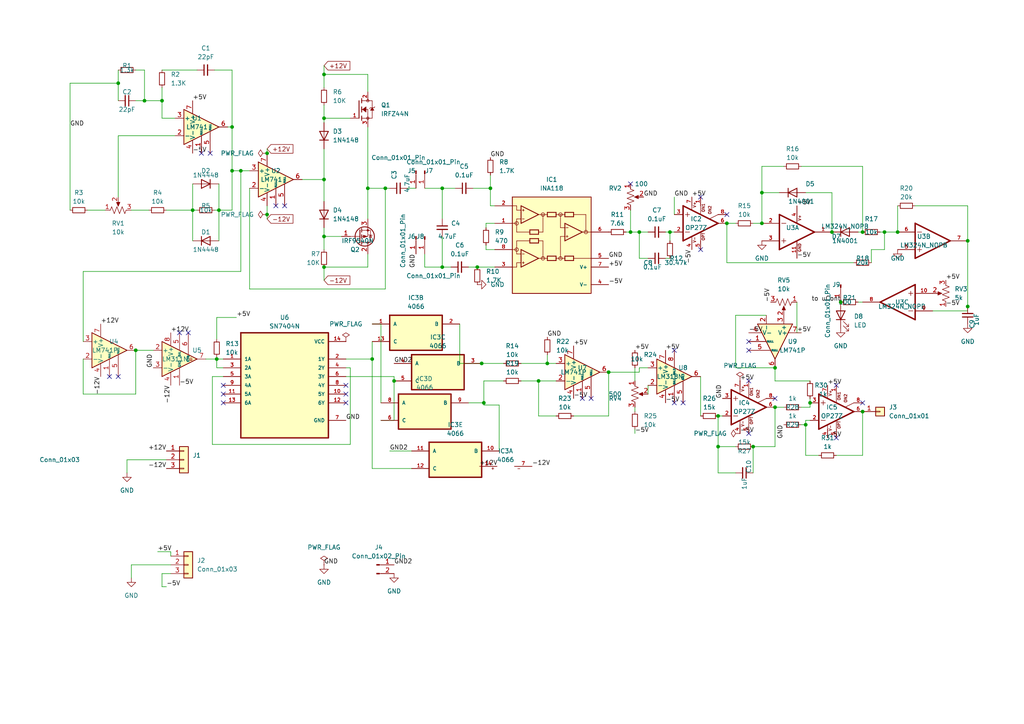
<source format=kicad_sch>
(kicad_sch (version 20230121) (generator eeschema)
  (paper "A4")
  (lib_symbols
    (symbol "4066N:4066" (pin_names (offset 1.016))
      (property "Reference" "IC" (at -0.635 0 90))
      (property "Value" "4066" (at 0 0 0))
      (symbol "4066_1_0"
        (text "+" (at -0.635 3.81 0) (effects (font (size 0.8128 0.8128))))
        (text "-" (at -0.635 -3.81 900) (effects (font (size 0.8128 0.8128))))
        (pin power_in line (at 0 7.62 270) (length 5.08) (name "~") (number "14"))
        (pin power_in line (at 0 -7.62 90) (length 5.08) (name "~") (number "7"))
      )
      (symbol "4066_2_0"
        (pin tri_state line (at -12.7 2.54 0) (length 5.08) (name "A") (number "1"))
        (pin input line (at -12.7 -2.54 0) (length 5.08) (name "C") (number "13"))
        (pin tri_state line (at 12.7 2.54 180) (length 5.08) (name "B") (number "2"))
      )
      (symbol "4066_3_0"
        (pin tri_state line (at 12.7 2.54 180) (length 5.08) (name "B") (number "3"))
        (pin tri_state line (at -12.7 2.54 0) (length 5.08) (name "A") (number "4"))
        (pin input line (at -12.7 -2.54 0) (length 5.08) (name "C") (number "5"))
      )
      (symbol "4066_4_0"
        (pin input line (at -12.7 -2.54 0) (length 5.08) (name "C") (number "6"))
        (pin tri_state line (at -12.7 2.54 0) (length 5.08) (name "A") (number "8"))
        (pin tri_state line (at 12.7 2.54 180) (length 5.08) (name "B") (number "9"))
      )
      (symbol "4066_5_0"
        (pin tri_state line (at 12.7 2.54 180) (length 5.08) (name "B") (number "10"))
        (pin tri_state line (at -12.7 2.54 0) (length 5.08) (name "A") (number "11"))
        (pin input line (at -12.7 -2.54 0) (length 5.08) (name "C") (number "12"))
      )
    )
    (symbol "Amplifier_Operational:LM318N" (pin_names (offset 0.127))
      (property "Reference" "U" (at 3.81 3.81 0))
      (property "Value" "LM318N" (at 3.81 -3.81 0))
      (symbol "LM318N_1_1"
        (pin passive line (at 0 -7.62 90) (length 5.08) (name "BAL1") (number "1"))
        (pin input line (at -7.62 -2.54 0) (length 2.54) (name "-") (number "2"))
        (pin input line (at -7.62 2.54 0) (length 2.54) (name "+") (number "3"))
        (pin power_in line (at -2.54 -7.62 90) (length 3.81) (name "V-") (number "4"))
        (pin passive line (at 2.54 -7.62 90) (length 6.35) (name "BAL3") (number "5"))
        (pin output line (at 7.62 0 180) (length 2.54) (name "~") (number "6"))
        (pin power_in line (at -2.54 7.62 270) (length 3.81) (name "V+") (number "7"))
        (pin passive line (at 0 7.62 270) (length 5.08) (name "BAL2") (number "8"))
      )
    )
    (symbol "Amplifier_Operational:LM741" (pin_names (offset 0.127))
      (property "Reference" "U" (at 0 6.35 0))
      (property "Value" "LM741" (at 0 3.81 0))
      (symbol "LM741_1_1"
        (pin input line (at 0 -7.62 90) (length 5.08) (name "NULL") (number "1"))
        (pin input line (at -7.62 -2.54 0) (length 2.54) (name "-") (number "2"))
        (pin input line (at -7.62 2.54 0) (length 2.54) (name "+") (number "3"))
        (pin power_in line (at -2.54 -7.62 90) (length 3.81) (name "V-") (number "4"))
        (pin input line (at 2.54 -7.62 90) (length 6.35) (name "NULL") (number "5"))
        (pin output line (at 7.62 0 180) (length 2.54) (name "~") (number "6"))
        (pin power_in line (at -2.54 7.62 270) (length 3.81) (name "V+") (number "7"))
        (pin no_connect line (at 0 2.54 270) (length 2.54) hide (name "NC") (number "8"))
      )
    )
    (symbol "Comparator:LM311" (pin_names (offset 0.127))
      (property "Reference" "U" (at 3.81 6.35 0))
      (property "Value" "LM311" (at 3.81 3.81 0))
      (symbol "LM311_1_1"
        (pin passive line (at 0 -7.62 90) (length 5.08) (name "GND") (number "1"))
        (pin input line (at -7.62 2.54 0) (length 2.54) (name "+") (number "2"))
        (pin input line (at -7.62 -2.54 0) (length 2.54) (name "-") (number "3"))
        (pin power_in line (at -2.54 -7.62 90) (length 3.81) (name "V-") (number "4"))
        (pin input line (at 0 7.62 270) (length 5.08) (name "BAL") (number "5"))
        (pin input line (at 2.54 7.62 270) (length 6.35) (name "STRB") (number "6"))
        (pin open_collector line (at 7.62 0 180) (length 2.54) (name "~") (number "7"))
        (pin power_in line (at -2.54 7.62 270) (length 3.81) (name "V+") (number "8"))
      )
    )
    (symbol "Connector:Conn_01x01_Pin" (pin_names (offset 1.016) hide)
      (property "Reference" "J" (at 0 2.54 0))
      (property "Value" "Conn_01x01_Pin" (at 0 -2.54 0))
      (symbol "Conn_01x01_Pin_1_1"
        (pin passive line (at 5.08 0 180) (length 3.81) (name "Pin_1") (number "1"))
      )
    )
    (symbol "Connector:Conn_01x02_Pin" (pin_names (offset 1.016) hide)
      (property "Reference" "J" (at 0 2.54 0))
      (property "Value" "Conn_01x02_Pin" (at 0 -5.08 0))
      (symbol "Conn_01x02_Pin_1_1"
        (pin passive line (at 5.08 0 180) (length 3.81) (name "Pin_1") (number "1"))
        (pin passive line (at 5.08 -2.54 180) (length 3.81) (name "Pin_2") (number "2"))
      )
    )
    (symbol "Connector_Generic:Conn_01x01" (pin_names (offset 1.016) hide)
      (property "Reference" "J" (at 0 2.54 0))
      (property "Value" "Conn_01x01" (at 0 -2.54 0))
      (symbol "Conn_01x01_1_1"
        (pin passive line (at -5.08 0 0) (length 3.81) (name "Pin_1") (number "1"))
      )
    )
    (symbol "Connector_Generic:Conn_01x03" (pin_names (offset 1.016) hide)
      (property "Reference" "J" (at 0 5.08 0))
      (property "Value" "Conn_01x03" (at 0 -5.08 0))
      (symbol "Conn_01x03_1_1"
        (pin passive line (at -5.08 2.54 0) (length 3.81) (name "Pin_1") (number "1"))
        (pin passive line (at -5.08 0 0) (length 3.81) (name "Pin_2") (number "2"))
        (pin passive line (at -5.08 -2.54 0) (length 3.81) (name "Pin_3") (number "3"))
      )
    )
    (symbol "Device:C_Small" (pin_numbers hide) (pin_names (offset 0.254) hide)
      (property "Reference" "C" (at 0.254 1.778 0))
      (property "Value" "C_Small" (at 0.254 -2.032 0))
      (symbol "C_Small_1_1"
        (pin passive line (at 0 2.54 270) (length 2.032) (name "~") (number "1"))
        (pin passive line (at 0 -2.54 90) (length 2.032) (name "~") (number "2"))
      )
    )
    (symbol "Device:LED" (pin_numbers hide) (pin_names (offset 1.016) hide)
      (property "Reference" "D" (at 0 2.54 0))
      (property "Value" "LED" (at 0 -2.54 0))
      (symbol "LED_1_1"
        (pin passive line (at -3.81 0 0) (length 2.54) (name "K") (number "1"))
        (pin passive line (at 3.81 0 180) (length 2.54) (name "A") (number "2"))
      )
    )
    (symbol "Device:R_Potentiometer_US" (pin_names (offset 1.016) hide)
      (property "Reference" "RV" (at -4.445 0 90))
      (property "Value" "R_Potentiometer_US" (at -2.54 0 90))
      (symbol "R_Potentiometer_US_1_1"
        (pin passive line (at 0 3.81 270) (length 1.27) (name "1") (number "1"))
        (pin passive line (at 3.81 0 180) (length 1.27) (name "2") (number "2"))
        (pin passive line (at 0 -3.81 90) (length 1.27) (name "3") (number "3"))
      )
    )
    (symbol "Device:R_Small" (pin_numbers hide) (pin_names (offset 0.254) hide)
      (property "Reference" "R" (at 0.762 0.508 0))
      (property "Value" "R_Small" (at 0.762 -1.016 0))
      (symbol "R_Small_1_1"
        (pin passive line (at 0 2.54 270) (length 0.762) (name "~") (number "1"))
        (pin passive line (at 0 -2.54 90) (length 0.762) (name "~") (number "2"))
      )
    )
    (symbol "Diode:1N4001" (pin_numbers hide) (pin_names hide)
      (property "Reference" "D" (at 0 2.54 0))
      (property "Value" "1N4001" (at 0 -2.54 0))
      (symbol "1N4001_1_1"
        (pin passive line (at -3.81 0 0) (length 2.54) (name "K") (number "1"))
        (pin passive line (at 3.81 0 180) (length 2.54) (name "A") (number "2"))
      )
    )
    (symbol "Diode:1N4148" (pin_numbers hide) (pin_names hide)
      (property "Reference" "D" (at 0 2.54 0))
      (property "Value" "1N4148" (at 0 -2.54 0))
      (symbol "1N4148_1_1"
        (pin passive line (at -3.81 0 0) (length 2.54) (name "K") (number "1"))
        (pin passive line (at 3.81 0 180) (length 2.54) (name "A") (number "2"))
      )
    )
    (symbol "Diode:1N4448" (pin_numbers hide) (pin_names hide)
      (property "Reference" "D" (at 0 2.54 0))
      (property "Value" "1N4448" (at 0 -2.54 0))
      (symbol "1N4448_1_1"
        (pin passive line (at -3.81 0 0) (length 2.54) (name "K") (number "1"))
        (pin passive line (at 3.81 0 180) (length 2.54) (name "A") (number "2"))
      )
    )
    (symbol "INA118:INA118" (pin_names (offset 1.016))
      (property "Reference" "IC" (at -12.7254 15.9004 0))
      (property "Value" "INA118" (at -12.7254 -15.2654 0))
      (symbol "INA118_0_0"
        (pin passive line (at -17.78 7.62 0) (length 5.08) (name "~") (number "1"))
        (pin input line (at -17.78 12.7 0) (length 5.08) (name "~") (number "2"))
        (pin input line (at -17.78 -5.08 0) (length 5.08) (name "~") (number "3"))
        (pin power_in line (at 15.24 -10.16 180) (length 5.08) (name "V-") (number "4"))
        (pin passive line (at 15.24 -2.54 180) (length 5.08) (name "~") (number "5"))
        (pin output line (at 15.24 5.08 180) (length 5.08) (name "~") (number "6"))
        (pin power_in line (at 15.24 -5.08 180) (length 5.08) (name "V+") (number "7"))
        (pin passive line (at -17.78 0 0) (length 5.08) (name "~") (number "8"))
      )
    )
    (symbol "IRFZ44N:IRFZ44N" (pin_names (offset 1.016))
      (property "Reference" "Q" (at -8.89 2.54 0))
      (property "Value" "IRFZ44N" (at -8.89 -7.62 0))
      (symbol "IRFZ44N_0_0"
        (pin passive line (at -2.54 -2.54 0) (length 2.54) (name "~") (number "1"))
        (pin passive line (at 2.54 5.08 270) (length 2.54) (name "~") (number "2"))
        (pin passive line (at 2.54 -5.08 90) (length 2.54) (name "~") (number "3"))
      )
    )
    (symbol "LM324N_NOPB:LM324N_NOPB" (pin_names (offset 1.016))
      (property "Reference" "U" (at 2.54 3.175 0))
      (property "Value" "LM324N_NOPB" (at 2.54 -3.175 0))
      (symbol "LM324N_NOPB_1_0"
        (text "GND" (at 1.27 -3.175 900) (effects (font (size 0.8128 0.8128)) (justify right bottom)))
        (text "V+" (at 1.27 3.175 900) (effects (font (size 0.8128 0.8128)) (justify left bottom)))
        (pin output line (at 10.16 0 180) (length 5.08) (name "~") (number "1"))
        (pin power_in line (at 0 -7.62 90) (length 5.08) (name "~") (number "11"))
        (pin input line (at -10.16 2.54 0) (length 5.08) (name "~") (number "2"))
        (pin input line (at -10.16 -2.54 0) (length 5.08) (name "~") (number "3"))
        (pin power_in line (at 0 7.62 270) (length 5.08) (name "~") (number "4"))
      )
      (symbol "LM324N_NOPB_2_0"
        (pin input line (at -10.16 -2.54 0) (length 5.08) (name "~") (number "5"))
        (pin input line (at -10.16 2.54 0) (length 5.08) (name "~") (number "6"))
        (pin output line (at 10.16 0 180) (length 5.08) (name "~") (number "7"))
      )
      (symbol "LM324N_NOPB_3_0"
        (pin input line (at -10.16 -2.54 0) (length 5.08) (name "~") (number "10"))
        (pin output line (at 10.16 0 180) (length 5.08) (name "~") (number "8"))
        (pin input line (at -10.16 2.54 0) (length 5.08) (name "~") (number "9"))
      )
      (symbol "LM324N_NOPB_4_0"
        (pin input line (at -10.16 -2.54 0) (length 5.08) (name "~") (number "12"))
        (pin input line (at -10.16 2.54 0) (length 5.08) (name "~") (number "13"))
        (pin output line (at 10.16 0 180) (length 5.08) (name "~") (number "14"))
      )
    )
    (symbol "OP27:OP27" (pin_names (offset 1.016))
      (property "Reference" "IC" (at 2.54 5.715 0))
      (property "Value" "OP27" (at 2.54 -5.08 0))
      (symbol "OP27_0_0"
        (text "ON1" (at 1.27 3.175 900) (effects (font (size 0.8128 0.8128)) (justify left bottom)))
        (text "ON2" (at 3.175 2.54 900) (effects (font (size 0.8128 0.8128)) (justify left bottom)))
        (text "OPT" (at 1.27 -5.08 900) (effects (font (size 0.8128 0.8128)) (justify left bottom)))
        (text "V+" (at -1.27 4.445 900) (effects (font (size 0.8128 0.8128)) (justify left bottom)))
        (text "V-" (at -1.27 -5.715 900) (effects (font (size 0.8128 0.8128)) (justify left bottom)))
        (pin passive line (at 0 7.62 270) (length 2.54) (name "~") (number "1"))
        (pin input line (at -7.62 -2.54 0) (length 2.54) (name "~") (number "2"))
        (pin input line (at -7.62 2.54 0) (length 2.54) (name "~") (number "3"))
        (pin power_in line (at -2.54 -7.62 90) (length 2.54) (name "~") (number "4"))
        (pin passive line (at 0 -7.62 90) (length 2.54) (name "~") (number "5"))
        (pin output line (at 7.62 0 180) (length 2.54) (name "~") (number "6"))
        (pin power_in line (at -2.54 7.62 270) (length 2.54) (name "~") (number "7"))
        (pin passive line (at 7.62 2.54 180) (length 2.54) (name "~") (number "8"))
      )
    )
    (symbol "SN7404N:SN7404N" (pin_names (offset 1.016))
      (property "Reference" "U" (at -12.7 16.24 0))
      (property "Value" "SN7404N" (at -12.7 -19.24 0))
      (symbol "SN7404N_0_0"
        (pin input line (at -17.78 7.62 0) (length 5.08) (name "1A") (number "1"))
        (pin output line (at 17.78 -2.54 180) (length 5.08) (name "5Y") (number "10"))
        (pin input line (at -17.78 -2.54 0) (length 5.08) (name "5A") (number "11"))
        (pin output line (at 17.78 -5.08 180) (length 5.08) (name "6Y") (number "12"))
        (pin input line (at -17.78 -5.08 0) (length 5.08) (name "6A") (number "13"))
        (pin power_in line (at 17.78 12.7 180) (length 5.08) (name "VCC") (number "14"))
        (pin output line (at 17.78 7.62 180) (length 5.08) (name "1Y") (number "2"))
        (pin input line (at -17.78 5.08 0) (length 5.08) (name "2A") (number "3"))
        (pin output line (at 17.78 5.08 180) (length 5.08) (name "2Y") (number "4"))
        (pin input line (at -17.78 2.54 0) (length 5.08) (name "3A") (number "5"))
        (pin output line (at 17.78 2.54 180) (length 5.08) (name "3Y") (number "6"))
        (pin power_in line (at 17.78 -10.16 180) (length 5.08) (name "GND") (number "7"))
        (pin output line (at 17.78 0 180) (length 5.08) (name "4Y") (number "8"))
        (pin input line (at -17.78 0 0) (length 5.08) (name "4A") (number "9"))
      )
    )
    (symbol "Transistor_FET:IRF9540N" (pin_names hide)
      (property "Reference" "Q" (at 5.08 1.905 0))
      (property "Value" "IRF9540N" (at 5.08 0 0))
      (symbol "IRF9540N_1_1"
        (pin input line (at -5.08 0 0) (length 2.54) (name "G") (number "1"))
        (pin passive line (at 2.54 5.08 270) (length 2.54) (name "D") (number "2"))
        (pin passive line (at 2.54 -5.08 90) (length 2.54) (name "S") (number "3"))
      )
    )
    (symbol "power:GND" (power) (pin_names (offset 0))
      (property "Value" "GND" (at 0 -3.81 0))
      (symbol "GND_1_1"
        (pin power_in line (at 0 0 270) (length 0) hide (name "GND") (number "1"))
      )
    )
    (symbol "power:PWR_FLAG" (power) (pin_numbers hide) (pin_names (offset 0) hide)
      (property "Value" "PWR_FLAG" (at 0 3.81 0))
      (symbol "PWR_FLAG_0_0"
        (pin power_out line (at 0 0 90) (length 0) (name "pwr") (number "1"))
      )
    )
  )
  (junction (at 39.37 101.6))
  (junction (at 128.27 54.61))
  (junction (at 93.98 68.58))
  (junction (at 185.42 67.31))
  (junction (at 140.335 116.84))
  (junction (at 158.75 105.41))
  (junction (at 106.68 54.61))
  (junction (at 69.85 49.53))
  (junction (at 93.98 52.07))
  (junction (at 256.54 67.31))
  (junction (at 220.98 55.88))
  (junction (at 208.28 129.54))
  (junction (at 220.98 64.77))
  (junction (at 138.43 77.47))
  (junction (at 194.31 67.31))
  (junction (at 77.47 62.23))
  (junction (at 62.865 104.14))
  (junction (at 224.79 106.68))
  (junction (at 260.35 67.31))
  (junction (at 142.24 54.61))
  (junction (at 34.29 24.13))
  (junction (at 250.19 119.38))
  (junction (at 67.31 49.53))
  (junction (at 208.28 120.65))
  (junction (at 241.3 67.31))
  (junction (at 63.5 60.96))
  (junction (at 41.91 29.21))
  (junction (at 46.99 29.21))
  (junction (at 280.67 88.9))
  (junction (at 182.88 67.31))
  (junction (at 67.31 36.83))
  (junction (at 111.76 54.61))
  (junction (at 233.68 123.19))
  (junction (at 234.95 116.84))
  (junction (at 176.53 107.95))
  (junction (at 93.98 77.47))
  (junction (at 55.88 60.96))
  (junction (at 250.19 67.31))
  (junction (at 93.98 34.29))
  (junction (at 139.7 105.41))
  (junction (at 210.82 64.77))
  (junction (at 77.47 44.45))
  (junction (at 93.98 21.59))
  (junction (at 156.21 110.49))
  (junction (at 243.84 87.63))
  (junction (at 128.27 77.47))
  (junction (at 224.79 118.11))
  (junction (at 114.3 110.49))
  (junction (at 107.95 104.14))
  (junction (at 218.44 129.54))
  (junction (at 280.67 69.85))
  (no_connect (at 217.17 125.73))
  (no_connect (at 54.61 96.52))
  (no_connect (at 198.12 116.84))
  (no_connect (at 210.82 62.23))
  (no_connect (at 217.17 110.49))
  (no_connect (at 182.88 53.34))
  (no_connect (at 224.79 115.57))
  (no_connect (at 242.57 127))
  (no_connect (at 171.45 115.57))
  (no_connect (at 52.07 96.52))
  (no_connect (at 242.57 111.76))
  (no_connect (at 168.91 115.57))
  (no_connect (at 217.17 101.6))
  (no_connect (at 203.2 72.39))
  (no_connect (at 80.01 59.69))
  (no_connect (at 82.55 59.69))
  (no_connect (at 100.33 114.3))
  (no_connect (at 31.75 109.22))
  (no_connect (at 195.58 101.6))
  (no_connect (at 34.29 109.22))
  (no_connect (at 64.77 116.84))
  (no_connect (at 100.33 111.76))
  (no_connect (at 195.58 116.84))
  (no_connect (at 64.77 114.3))
  (no_connect (at 203.2 57.15))
  (no_connect (at 60.96 44.45))
  (no_connect (at 100.33 116.84))
  (no_connect (at 64.77 111.76))
  (no_connect (at 58.42 44.45))
  (no_connect (at 250.19 116.84))
  (no_connect (at 217.17 99.06))
  (wire (pts (xy 270.51 90.17) (xy 280.67 90.17)))
  (wire (pts (xy 107.95 104.14) (xy 107.95 135.89)))
  (wire (pts (xy 176.53 107.95) (xy 185.42 107.95)))
  (wire (pts (xy 182.88 60.96) (xy 182.88 67.31)))
  (wire (pts (xy 194.31 67.31) (xy 194.31 69.85)))
  (wire (pts (xy 46.99 20.32) (xy 57.15 20.32)))
  (wire (pts (xy 93.98 77.47) (xy 93.98 81.28)))
  (wire (pts (xy 135.89 77.47) (xy 138.43 77.47)))
  (wire (pts (xy 232.41 48.26) (xy 250.19 48.26)))
  (wire (pts (xy 62.865 92.075) (xy 68.58 92.075)))
  (wire (pts (xy 213.36 137.16) (xy 208.28 137.16)))
  (wire (pts (xy 156.21 120.65) (xy 156.21 110.49)))
  (wire (pts (xy 62.865 103.505) (xy 62.865 104.14)))
  (wire (pts (xy 62.865 104.14) (xy 62.865 106.68)))
  (wire (pts (xy 38.1 163.83) (xy 38.1 167.64)))
  (wire (pts (xy 46.99 34.29) (xy 46.99 29.21)))
  (wire (pts (xy 107.95 135.89) (xy 119.38 135.89)))
  (wire (pts (xy 255.27 67.31) (xy 256.54 67.31)))
  (wire (pts (xy 139.7 105.41) (xy 146.05 105.41)))
  (wire (pts (xy 34.29 24.13) (xy 34.29 29.21)))
  (wire (pts (xy 45.72 160.02) (xy 49.53 160.02)))
  (wire (pts (xy 46.99 34.29) (xy 50.8 34.29)))
  (wire (pts (xy 93.98 68.58) (xy 93.98 72.39)))
  (wire (pts (xy 93.98 21.59) (xy 93.98 19.05)))
  (wire (pts (xy 218.44 64.77) (xy 220.98 64.77)))
  (wire (pts (xy 49.53 163.83) (xy 38.1 163.83)))
  (wire (pts (xy 110.49 121.92) (xy 114.3 121.92)))
  (wire (pts (xy 123.19 77.47) (xy 128.27 77.47)))
  (wire (pts (xy 93.98 21.59) (xy 106.68 21.59)))
  (wire (pts (xy 193.04 74.93) (xy 194.31 74.93)))
  (wire (pts (xy 184.15 106.68) (xy 184.15 110.49)))
  (wire (pts (xy 213.36 129.54) (xy 208.28 129.54)))
  (wire (pts (xy 100.33 104.14) (xy 107.95 104.14)))
  (wire (pts (xy 34.29 20.32) (xy 34.29 24.13)))
  (wire (pts (xy 55.88 53.34) (xy 55.88 60.96)))
  (wire (pts (xy 151.13 110.49) (xy 156.21 110.49)))
  (wire (pts (xy 111.76 54.61) (xy 113.03 54.61)))
  (wire (pts (xy 224.79 129.54) (xy 224.79 118.11)))
  (wire (pts (xy 248.92 67.31) (xy 250.19 67.31)))
  (wire (pts (xy 144.78 117.475) (xy 140.335 117.475)))
  (wire (pts (xy 227.33 118.11) (xy 224.79 118.11)))
  (wire (pts (xy 25.4 60.96) (xy 30.48 60.96)))
  (wire (pts (xy 62.865 98.425) (xy 62.865 92.075)))
  (wire (pts (xy 208.28 129.54) (xy 208.28 120.65)))
  (wire (pts (xy 93.98 77.47) (xy 106.68 77.47)))
  (wire (pts (xy 77.47 59.69) (xy 77.47 62.23)))
  (wire (pts (xy 67.31 49.53) (xy 69.85 49.53)))
  (wire (pts (xy 142.24 50.8) (xy 142.24 54.61)))
  (wire (pts (xy 185.42 107.95) (xy 185.42 106.68)))
  (wire (pts (xy 106.68 21.59) (xy 106.68 26.67)))
  (wire (pts (xy 158.75 102.87) (xy 158.75 105.41)))
  (wire (pts (xy 93.98 43.18) (xy 93.98 52.07)))
  (wire (pts (xy 208.28 137.16) (xy 208.28 129.54)))
  (wire (pts (xy 142.24 59.69) (xy 143.51 59.69)))
  (wire (pts (xy 140.335 110.49) (xy 140.335 116.84)))
  (wire (pts (xy 87.63 52.07) (xy 93.98 52.07)))
  (wire (pts (xy 194.31 67.31) (xy 195.58 67.31)))
  (wire (pts (xy 176.53 120.65) (xy 176.53 107.95)))
  (wire (pts (xy 62.23 20.32) (xy 67.31 20.32)))
  (wire (pts (xy 234.95 118.11) (xy 232.41 118.11)))
  (wire (pts (xy 62.865 104.14) (xy 64.77 104.14)))
  (wire (pts (xy 137.16 54.61) (xy 142.24 54.61)))
  (wire (pts (xy 93.98 66.04) (xy 93.98 68.58)))
  (wire (pts (xy 237.49 132.08) (xy 233.68 132.08)))
  (wire (pts (xy 67.31 49.53) (xy 67.31 60.96)))
  (wire (pts (xy 114.3 109.22) (xy 114.3 110.49)))
  (wire (pts (xy 62.23 60.96) (xy 63.5 60.96)))
  (wire (pts (xy 248.92 87.63) (xy 250.19 87.63)))
  (wire (pts (xy 93.98 25.4) (xy 93.98 21.59)))
  (wire (pts (xy 234.95 115.57) (xy 234.95 116.84)))
  (wire (pts (xy 93.98 68.58) (xy 99.06 68.58)))
  (wire (pts (xy 146.05 110.49) (xy 140.335 110.49)))
  (wire (pts (xy 41.91 29.21) (xy 46.99 29.21)))
  (wire (pts (xy 280.67 90.17) (xy 280.67 88.9)))
  (wire (pts (xy 280.67 59.69) (xy 280.67 69.85)))
  (wire (pts (xy 232.41 123.19) (xy 233.68 123.19)))
  (wire (pts (xy 93.98 52.07) (xy 93.98 58.42)))
  (wire (pts (xy 66.04 36.83) (xy 67.31 36.83)))
  (wire (pts (xy 224.79 110.49) (xy 234.95 110.49)))
  (wire (pts (xy 123.19 54.61) (xy 128.27 54.61)))
  (wire (pts (xy 67.31 20.32) (xy 67.31 36.83)))
  (wire (pts (xy 280.67 88.9) (xy 280.67 69.85)))
  (wire (pts (xy 161.29 120.65) (xy 156.21 120.65)))
  (wire (pts (xy 135.89 116.84) (xy 140.335 116.84)))
  (wire (pts (xy 187.96 114.3) (xy 187.96 111.76)))
  (wire (pts (xy 101.6 106.68) (xy 100.33 106.68)))
  (wire (pts (xy 114.3 110.49) (xy 114.3 121.92)))
  (wire (pts (xy 256.54 72.39) (xy 256.54 67.31)))
  (wire (pts (xy 20.32 24.13) (xy 20.32 60.96)))
  (wire (pts (xy 46.99 170.18) (xy 46.99 166.37)))
  (wire (pts (xy 256.54 67.31) (xy 260.35 67.31)))
  (wire (pts (xy 48.26 133.35) (xy 36.83 133.35)))
  (wire (pts (xy 231.14 96.52) (xy 232.41 96.52)))
  (wire (pts (xy 166.37 120.65) (xy 176.53 120.65)))
  (wire (pts (xy 55.88 60.96) (xy 55.88 69.85)))
  (wire (pts (xy 34.29 39.37) (xy 34.29 57.15)))
  (wire (pts (xy 142.24 54.61) (xy 142.24 59.69)))
  (wire (pts (xy 231.14 87.63) (xy 231.14 96.52)))
  (wire (pts (xy 185.42 106.68) (xy 187.96 106.68)))
  (wire (pts (xy 128.27 54.61) (xy 128.27 63.5)))
  (wire (pts (xy 252.73 72.39) (xy 256.54 72.39)))
  (wire (pts (xy 233.68 121.92) (xy 234.95 121.92)))
  (wire (pts (xy 110.49 93.98) (xy 110.49 116.84)))
  (wire (pts (xy 24.13 104.14) (xy 24.13 114.3)))
  (wire (pts (xy 106.68 54.61) (xy 111.76 54.61)))
  (wire (pts (xy 185.42 67.31) (xy 187.96 67.31)))
  (wire (pts (xy 77.47 62.23) (xy 77.47 63.5)))
  (wire (pts (xy 156.21 110.49) (xy 161.29 110.49)))
  (wire (pts (xy 38.1 60.96) (xy 43.18 60.96)))
  (wire (pts (xy 151.13 105.41) (xy 158.75 105.41)))
  (wire (pts (xy 220.98 48.26) (xy 227.33 48.26)))
  (wire (pts (xy 39.37 101.6) (xy 39.37 114.3)))
  (wire (pts (xy 106.68 54.61) (xy 106.68 63.5)))
  (wire (pts (xy 24.13 78.74) (xy 69.85 78.74)))
  (wire (pts (xy 247.65 76.2) (xy 210.82 76.2)))
  (wire (pts (xy 106.68 36.83) (xy 106.68 54.61)))
  (wire (pts (xy 233.68 132.08) (xy 233.68 123.19)))
  (wire (pts (xy 101.6 106.68) (xy 101.6 128.905)))
  (wire (pts (xy 224.79 106.68) (xy 224.79 110.49)))
  (wire (pts (xy 48.26 60.96) (xy 55.88 60.96)))
  (wire (pts (xy 233.68 123.19) (xy 233.68 121.92)))
  (wire (pts (xy 252.73 76.2) (xy 252.73 72.39)))
  (wire (pts (xy 118.11 54.61) (xy 120.65 54.61)))
  (wire (pts (xy 93.98 34.29) (xy 101.6 34.29)))
  (wire (pts (xy 143.51 64.77) (xy 140.97 64.77)))
  (wire (pts (xy 39.37 20.32) (xy 41.91 20.32)))
  (wire (pts (xy 61.595 109.22) (xy 64.77 109.22)))
  (wire (pts (xy 39.37 101.6) (xy 44.45 101.6)))
  (wire (pts (xy 210.82 76.2) (xy 210.82 64.77)))
  (wire (pts (xy 128.27 77.47) (xy 130.81 77.47)))
  (wire (pts (xy 69.85 49.53) (xy 72.39 49.53)))
  (wire (pts (xy 218.44 129.54) (xy 224.79 129.54)))
  (wire (pts (xy 62.865 106.68) (xy 64.77 106.68)))
  (wire (pts (xy 242.57 132.08) (xy 250.19 132.08)))
  (wire (pts (xy 140.335 116.84) (xy 140.335 117.475)))
  (wire (pts (xy 111.76 83.82) (xy 111.76 54.61)))
  (wire (pts (xy 203.2 109.22) (xy 203.2 120.65)))
  (wire (pts (xy 138.43 77.47) (xy 143.51 77.47)))
  (wire (pts (xy 34.29 24.13) (xy 20.32 24.13)))
  (wire (pts (xy 128.27 68.58) (xy 128.27 77.47)))
  (wire (pts (xy 195.58 57.15) (xy 195.58 62.23)))
  (wire (pts (xy 140.97 71.12) (xy 140.97 72.39)))
  (wire (pts (xy 49.53 160.02) (xy 49.53 161.29)))
  (wire (pts (xy 144.78 117.475) (xy 144.78 130.81)))
  (wire (pts (xy 158.75 105.41) (xy 161.29 105.41)))
  (wire (pts (xy 260.35 59.69) (xy 260.35 67.31)))
  (wire (pts (xy 181.61 67.31) (xy 182.88 67.31)))
  (wire (pts (xy 93.98 34.29) (xy 93.98 35.56)))
  (wire (pts (xy 226.06 55.88) (xy 220.98 55.88)))
  (wire (pts (xy 213.36 91.44) (xy 213.36 106.68)))
  (wire (pts (xy 113.03 130.81) (xy 119.38 130.81)))
  (wire (pts (xy 55.88 60.96) (xy 57.15 60.96)))
  (wire (pts (xy 101.6 128.905) (xy 61.595 128.905)))
  (wire (pts (xy 184.15 125.73) (xy 184.15 124.46)))
  (wire (pts (xy 48.26 170.18) (xy 46.99 170.18)))
  (wire (pts (xy 46.99 166.37) (xy 49.53 166.37)))
  (wire (pts (xy 184.15 118.11) (xy 184.15 119.38)))
  (wire (pts (xy 67.31 60.96) (xy 63.5 60.96)))
  (wire (pts (xy 128.27 54.61) (xy 132.08 54.61)))
  (wire (pts (xy 250.19 48.26) (xy 250.19 67.31)))
  (wire (pts (xy 24.13 114.3) (xy 39.37 114.3)))
  (wire (pts (xy 63.5 60.96) (xy 63.5 69.85)))
  (wire (pts (xy 107.95 99.06) (xy 107.95 104.14)))
  (wire (pts (xy 140.97 64.77) (xy 140.97 66.04)))
  (wire (pts (xy 107.95 93.98) (xy 110.49 93.98)))
  (wire (pts (xy 69.85 78.74) (xy 69.85 49.53)))
  (wire (pts (xy 61.595 109.22) (xy 61.595 128.905)))
  (wire (pts (xy 140.97 72.39) (xy 143.51 72.39)))
  (wire (pts (xy 265.43 59.69) (xy 280.67 59.69)))
  (wire (pts (xy 220.98 55.88) (xy 220.98 64.77)))
  (wire (pts (xy 100.33 109.22) (xy 114.3 109.22)))
  (wire (pts (xy 93.98 30.48) (xy 93.98 34.29)))
  (wire (pts (xy 220.98 55.88) (xy 220.98 48.26)))
  (wire (pts (xy 185.42 74.93) (xy 185.42 67.31)))
  (wire (pts (xy 233.68 55.88) (xy 241.3 55.88)))
  (wire (pts (xy 106.68 77.47) (xy 106.68 73.66)))
  (wire (pts (xy 41.91 20.32) (xy 41.91 29.21)))
  (wire (pts (xy 250.19 132.08) (xy 250.19 119.38)))
  (wire (pts (xy 133.35 93.98) (xy 133.35 105.41)))
  (wire (pts (xy 123.19 73.66) (xy 123.19 77.47)))
  (wire (pts (xy 213.36 106.68) (xy 224.79 106.68)))
  (wire (pts (xy 67.31 49.53) (xy 67.31 36.83)))
  (wire (pts (xy 72.39 54.61) (xy 72.39 83.82)))
  (wire (pts (xy 187.96 74.93) (xy 185.42 74.93)))
  (wire (pts (xy 182.88 67.31) (xy 185.42 67.31)))
  (wire (pts (xy 46.99 25.4) (xy 46.99 29.21)))
  (wire (pts (xy 222.25 91.44) (xy 213.36 91.44)))
  (wire (pts (xy 77.47 43.18) (xy 77.47 44.45)))
  (wire (pts (xy 24.13 99.06) (xy 24.13 78.74)))
  (wire (pts (xy 241.3 55.88) (xy 241.3 67.31)))
  (wire (pts (xy 63.5 53.34) (xy 63.5 60.96)))
  (wire (pts (xy 193.04 67.31) (xy 194.31 67.31)))
  (wire (pts (xy 36.83 133.35) (xy 36.83 137.16)))
  (wire (pts (xy 133.35 105.41) (xy 139.7 105.41)))
  (wire (pts (xy 210.82 64.77) (xy 213.36 64.77)))
  (wire (pts (xy 50.8 39.37) (xy 34.29 39.37)))
  (wire (pts (xy 59.69 104.14) (xy 62.865 104.14)))
  (wire (pts (xy 72.39 83.82) (xy 111.76 83.82)))
  (wire (pts (xy 218.44 129.54) (xy 218.44 137.16)))
  (wire (pts (xy 208.28 120.65) (xy 209.55 120.65)))
  (wire (pts (xy 39.37 29.21) (xy 41.91 29.21)))
  (wire (pts (xy 234.95 118.11) (xy 234.95 116.84)))
  (label "-12V" (at 48.26 135.89 180))
  (label "+5V" (at 231.14 96.52 0))
  (label "GND" (at 93.98 163.83 0))
  (label "-5V" (at 200.66 72.39 270))
  (label "+5V" (at 45.72 160.02 0))
  (label "-5V" (at 184.15 125.73 0))
  (label "-12V" (at 154.305 135.255 0))
  (label "+5V" (at 274.32 81.28 0))
  (label "GND" (at 158.75 97.79 0))
  (label "+5V" (at 231.14 59.69 0))
  (label "+12V" (at 139.065 135.255 0))
  (label "GND2" (at 114.3 163.83 0))
  (label "GND" (at 120.65 73.66 270))
  (label "-12V" (at 49.53 111.76 270))
  (label "-12V" (at 29.21 109.22 270))
  (label "GND2" (at 114.3 105.41 0))
  (label "+12V" (at 48.26 130.81 180))
  (label "+5V" (at 68.58 92.075 0))
  (label "+5V" (at 240.03 111.76 0))
  (label "GND" (at 176.53 74.93 0))
  (label "+5V" (at 193.04 101.6 0))
  (label "GND" (at 209.55 115.57 90))
  (label "-5V" (at 166.37 115.57 0))
  (label "-5V" (at 217.17 96.52 0))
  (label "+5V" (at 55.88 29.21 0))
  (label "GND" (at 186.69 57.15 0))
  (label "GND" (at 20.32 36.83 0))
  (label "GND" (at 44.45 106.68 90))
  (label "GND" (at 100.33 121.92 0))
  (label "+12V" (at 49.53 96.52 0))
  (label "-5V" (at 52.07 111.76 0))
  (label "-5V" (at 214.63 125.73 0))
  (label "-5V" (at 223.52 87.63 90))
  (label "GND" (at 142.24 45.72 0))
  (label "+5V" (at 176.53 77.47 0))
  (label "-5V" (at 48.26 170.18 0))
  (label "GND" (at 227.33 123.19 270))
  (label "+5V" (at 214.63 110.49 0))
  (label "-5V" (at 176.53 82.55 0))
  (label "+12V" (at 29.21 93.98 0))
  (label "-5V" (at 193.04 116.84 0))
  (label "-5V" (at 231.14 74.93 0))
  (label "-5V" (at 55.88 44.45 0))
  (label "to uCont" (at 243.84 87.63 180))
  (label "-5V" (at 274.32 88.9 0))
  (label "+5V" (at 184.15 101.6 0))
  (label "GND" (at 195.58 57.15 0))
  (label "-5V" (at 240.03 127 0))
  (label "+5V" (at 166.37 100.33 0))
  (label "+5V" (at 200.66 57.15 0))
  (label "GND2" (at 113.03 130.81 0))
  (global_label "-12V" (shape input) (at 93.98 81.28 0) (property "Intersheetrefs" "${INTERSHEET_REFS}" (effects hide)))
  (global_label "+12V" (shape input) (at 77.47 43.18 0) (property "Intersheetrefs" "${INTERSHEET_REFS}" (effects hide)))
  (global_label "-12V" (shape input) (at 77.47 63.5 0) (property "Intersheetrefs" "${INTERSHEET_REFS}" (effects hide)))
  (global_label "+12V" (shape input) (at 93.98 19.05 0) (property "Intersheetrefs" "${INTERSHEET_REFS}" (effects hide)))
  (symbol (lib_id "Device:R_Small") (at 163.83 120.65 90) (unit 1)
    (property "Reference" "R23" (at 163.83 115.57 90))
    (property "Value" "10k" (at 163.83 118.11 90))
    (property "Footprint" "Resistor_THT:R_Axial_DIN0204_L3.6mm_D1.6mm_P7.62mm_Horizontal" (effects hide))
  )
  (symbol (lib_id "IRFZ44N:IRFZ44N") (at 104.14 31.75 0) (unit 1)
    (property "Reference" "Q1" (at 110.49 30.48 0) (effects (justify left)))
    (property "Value" "IRFZ44N" (at 110.49 33.02 0) (effects (justify left)))
    (property "Footprint" "IRFZ44N:TO254P1016X419X2286-3" (effects hide))
    (property "MF" "Infineon Technologies" (effects hide))
    (property "MAXIMUM_PACKAGE_HEIGHT" "22.86 mm" (effects hide))
    (property "Package" "TO-220-3 Infineon" (effects hide))
    (property "Price" "None" (effects hide))
    (property "Check_prices" "https://www.snapeda.com/parts/IRFZ44N/Infineon+Technologies/view-part/?ref=eda" (effects hide))
    (property "STANDARD" "IPC 7351B" (effects hide))
    (property "PARTREV" "09/21/10" (effects hide))
    (property "SnapEDA_Link" "https://www.snapeda.com/parts/IRFZ44N/Infineon+Technologies/view-part/?ref=snap" (effects hide))
    (property "MP" "IRFZ44N" (effects hide))
    (property "Description" "\nN-Channel 55 V 49A (Tc) 94W (Tc) Through Hole TO-220AB\n" (effects hide))
    (property "SNAPEDA_PN" "IRFZ44N" (effects hide))
    (property "Availability" "In Stock" (effects hide))
    (property "MANUFACTURER" "Infineon" (effects hide))
  )
  (symbol (lib_id "Device:R_Small") (at 229.87 123.19 90) (unit 1)
    (property "Reference" "R29" (at 229.87 123.19 90))
    (property "Value" "1k" (at 229.87 120.65 90))
    (property "Footprint" "Resistor_THT:R_Axial_DIN0204_L3.6mm_D1.6mm_P7.62mm_Horizontal" (effects hide))
  )
  (symbol (lib_id "power:GND") (at 36.83 137.16 0) (unit 1)
    (property "Reference" "#PWR02" (effects hide))
    (property "Value" "GND" (at 36.83 142.24 0))
  )
  (symbol (lib_id "Device:C_Small") (at 133.35 77.47 90) (unit 1)
    (property "Reference" "C6" (at 133.3563 71.12 90))
    (property "Value" "0.1uF" (at 133.3563 73.66 90))
    (property "Footprint" "Capacitor_THT:C_Disc_D5.0mm_W2.5mm_P2.50mm" (effects hide))
  )
  (symbol (lib_id "Device:R_Potentiometer_US") (at 34.29 60.96 90) (unit 1)
    (property "Reference" "RV1" (at 34.29 64.77 90))
    (property "Value" "10k" (at 34.29 67.31 90))
    (property "Footprint" "Potentiometer_THT:Potentiometer_Bourns_3386F_Vertical" (effects hide))
  )
  (symbol (lib_id "Device:R_Small") (at 45.72 60.96 90) (unit 1)
    (property "Reference" "R4" (at 45.72 55.88 90))
    (property "Value" "10k" (at 45.72 58.42 90))
    (property "Footprint" "Resistor_THT:R_Axial_DIN0204_L3.6mm_D1.6mm_P7.62mm_Horizontal" (effects hide))
  )
  (symbol (lib_id "Device:R_Small") (at 234.95 113.03 180) (unit 1)
    (property "Reference" "R30" (at 236.22 111.76 0) (effects (justify right)))
    (property "Value" "1k" (at 237.49 114.3 0) (effects (justify right)))
    (property "Footprint" "Resistor_THT:R_Axial_DIN0204_L3.6mm_D1.6mm_P7.62mm_Horizontal" (effects hide))
  )
  (symbol (lib_id "Diode:1N4001") (at 245.11 67.31 0) (unit 1)
    (property "Reference" "D7" (at 242.57 68.58 0))
    (property "Value" "1N4001" (at 245.11 69.85 0))
    (property "Footprint" "Diode_THT:D_DO-41_SOD81_P10.16mm_Horizontal" (effects hide))
    (property "Datasheet" "http://www.vishay.com/docs/88503/1n4001.pdf" (effects hide))
    (property "Sim.Device" "D" (effects hide))
    (property "Sim.Pins" "1=K 2=A" (effects hide))
  )
  (symbol (lib_id "Device:R_Small") (at 179.07 67.31 90) (unit 1)
    (property "Reference" "R11" (at 179.07 62.23 90))
    (property "Value" "7.6k" (at 179.07 64.77 90))
    (property "Footprint" "Resistor_THT:R_Axial_DIN0204_L3.6mm_D1.6mm_P7.62mm_Horizontal" (effects hide))
  )
  (symbol (lib_id "Device:R_Small") (at 36.83 20.32 90) (unit 1)
    (property "Reference" "R1" (at 36.83 19.05 90))
    (property "Value" "1.3k" (at 36.83 20.32 90))
    (property "Footprint" "Resistor_THT:R_Axial_DIN0204_L3.6mm_D1.6mm_P7.62mm_Horizontal" (effects hide))
  )
  (symbol (lib_id "4066N:4066") (at 123.19 119.38 0) (unit 4)
    (property "Reference" "IC3" (at 123.19 109.855 0))
    (property "Value" "4066" (at 123.19 112.395 0))
    (property "Footprint" "Package_DIP:DIP-14_W8.89mm_SMDSocket_LongPads" (effects hide))
    (property "MF" "Heyco" (effects hide))
    (property "Description" "\nCable Mounting & Accessories LTF 29 BLACKw/3177\n" (effects hide))
    (property "Package" "None" (effects hide))
    (property "Price" "None" (effects hide))
    (property "SnapEDA_Link" "https://www.snapeda.com/parts/4066/Heyco/view-part/?ref=snap" (effects hide))
    (property "MP" "4066" (effects hide))
    (property "Availability" "In Stock" (effects hide))
    (property "Check_prices" "https://www.snapeda.com/parts/4066/Heyco/view-part/?ref=eda" (effects hide))
  )
  (symbol (lib_id "Device:R_Small") (at 246.38 87.63 90) (unit 1)
    (property "Reference" "R21" (at 246.38 86.36 90))
    (property "Value" "100" (at 245.11 87.63 90))
    (property "Footprint" "Resistor_THT:R_Axial_DIN0204_L3.6mm_D1.6mm_P7.62mm_Horizontal" (effects hide))
  )
  (symbol (lib_id "power:PWR_FLAG") (at 214.63 125.73 90) (unit 1)
    (property "Reference" "#FLG08" (effects hide))
    (property "Value" "PWR_FLAG" (at 210.82 125.73 90) (effects (justify left)))
  )
  (symbol (lib_id "power:GND") (at 220.98 69.85 0) (unit 1)
    (property "Reference" "#PWR05" (effects hide))
    (property "Value" "GND" (at 220.98 74.93 0))
  )
  (symbol (lib_id "Device:R_Small") (at 62.865 100.965 0) (unit 1)
    (property "Reference" "R13" (at 65.405 99.695 0) (effects (justify left)))
    (property "Value" "10k" (at 65.405 102.235 0) (effects (justify left)))
    (property "Footprint" "Resistor_THT:R_Axial_DIN0204_L3.6mm_D1.6mm_P7.62mm_Horizontal" (effects hide))
  )
  (symbol (lib_id "Device:R_Small") (at 22.86 60.96 90) (unit 1)
    (property "Reference" "R3" (at 22.86 55.88 90))
    (property "Value" "10k" (at 22.86 58.42 90))
    (property "Footprint" "Resistor_THT:R_Axial_DIN0204_L3.6mm_D1.6mm_P7.62mm_Horizontal" (effects hide))
  )
  (symbol (lib_id "Device:R_Small") (at 194.31 72.39 180) (unit 1)
    (property "Reference" "R12" (at 198.12 74.93 0) (effects (justify left)))
    (property "Value" "30.47k" (at 199.39 76.2 0) (effects (justify left)))
    (property "Footprint" "Resistor_THT:R_Axial_DIN0204_L3.6mm_D1.6mm_P7.62mm_Horizontal" (effects hide))
  )
  (symbol (lib_id "Device:LED") (at 243.84 91.44 90) (unit 1)
    (property "Reference" "D8" (at 247.65 91.7575 90) (effects (justify right)))
    (property "Value" "LED" (at 247.65 94.2975 90) (effects (justify right)))
    (property "Footprint" "LED_THT:LED_D3.0mm" (effects hide))
  )
  (symbol (lib_id "Device:R_Small") (at 250.19 76.2 90) (unit 1)
    (property "Reference" "R18" (at 250.19 74.93 90))
    (property "Value" "20k" (at 250.19 76.2 90))
    (property "Footprint" "Resistor_THT:R_Axial_DIN0204_L3.6mm_D1.6mm_P7.62mm_Horizontal" (effects hide))
  )
  (symbol (lib_id "Diode:1N4448") (at 59.69 69.85 0) (unit 1)
    (property "Reference" "D1" (at 59.69 67.31 0))
    (property "Value" "1N4448" (at 59.69 72.39 0))
    (property "Footprint" "Diode_THT:D_DO-35_SOD27_P7.62mm_Horizontal" (effects hide))
    (property "Datasheet" "https://assets.nexperia.com/documents/data-sheet/1N4148_1N4448.pdf" (effects hide))
    (property "Sim.Device" "D" (effects hide))
    (property "Sim.Pins" "1=K 2=A" (effects hide))
  )
  (symbol (lib_id "power:PWR_FLAG") (at 93.98 163.83 0) (unit 1)
    (property "Reference" "#FLG09" (effects hide))
    (property "Value" "PWR_FLAG" (at 93.98 158.75 0))
  )
  (symbol (lib_id "Diode:1N4148") (at 93.98 62.23 90) (unit 1)
    (property "Reference" "D4" (at 96.52 60.96 90) (effects (justify right)))
    (property "Value" "1N4148" (at 96.52 63.5 90) (effects (justify right)))
    (property "Footprint" "Diode_THT:D_DO-35_SOD27_P7.62mm_Horizontal" (effects hide))
    (property "Datasheet" "https://assets.nexperia.com/documents/data-sheet/1N4148_1N4448.pdf" (effects hide))
    (property "Sim.Device" "D" (effects hide))
    (property "Sim.Pins" "1=K 2=A" (effects hide))
  )
  (symbol (lib_id "Device:C_Small") (at 190.5 67.31 90) (unit 1)
    (property "Reference" "C7" (at 190.5063 60.96 90))
    (property "Value" "0.1uF" (at 190.5063 63.5 90))
    (property "Footprint" "Capacitor_THT:C_Disc_D5.0mm_W2.5mm_P2.50mm" (effects hide))
  )
  (symbol (lib_id "power:GND") (at 138.43 82.55 90) (unit 1)
    (property "Reference" "#PWR01" (effects hide))
    (property "Value" "GND" (at 142.24 82.55 90) (effects (justify right)))
  )
  (symbol (lib_id "Connector_Generic:Conn_01x03") (at 54.61 163.83 0) (unit 1)
    (property "Reference" "J2" (at 57.15 162.56 0) (effects (justify left)))
    (property "Value" "Conn_01x03" (at 57.15 165.1 0) (effects (justify left)))
    (property "Footprint" "Connector_PinHeader_2.54mm:PinHeader_1x03_P2.54mm_Vertical" (effects hide))
  )
  (symbol (lib_id "Connector:Conn_01x01_Pin") (at 123.19 68.58 270) (unit 1)
    (property "Reference" "J8" (at 121.92 68.58 90))
    (property "Value" "Conn_01x01_Pin" (at 125.73 80.01 90))
    (property "Footprint" "Connector_Pin:Pin_D1.1mm_L10.2mm_W3.5mm_Flat" (effects hide))
  )
  (symbol (lib_id "power:PWR_FLAG") (at 214.63 110.49 0) (unit 1)
    (property "Reference" "#FLG07" (effects hide))
    (property "Value" "PWR_FLAG" (at 214.63 106.045 0))
  )
  (symbol (lib_id "Device:C_Small") (at 128.27 66.04 0) (unit 1)
    (property "Reference" "C4" (at 130.81 64.7763 0) (effects (justify left)))
    (property "Value" "4.7uF" (at 127 68.58 0) (effects (justify left)))
    (property "Footprint" "Capacitor_THT:C_Radial_D5.0mm_H11.0mm_P2.00mm" (effects hide))
  )
  (symbol (lib_id "OP27:OP27") (at 217.17 118.11 0) (unit 1)
    (property "Reference" "IC4" (at 215.9 116.84 0))
    (property "Value" "OP27Z" (at 215.9 119.38 0))
    (property "Footprint" "Package_DIP:SMDIP-8_W9.53mm" (effects hide))
    (property "MF" "Analog Devices, Inc." (effects hide))
    (property "Description" "\nOp Amp Dual High Output Current Amplifier R-R I/O ±6V/12V 8-Pin SOIC N Tube\n" (effects hide))
    (property "Package" "None" (effects hide))
    (property "Price" "None" (effects hide))
    (property "SnapEDA_Link" "https://www.snapeda.com/parts/OP27/Analog+Devices/view-part/?ref=snap" (effects hide))
    (property "MP" "OP27" (effects hide))
    (property "Purchase-URL" "https://www.snapeda.com/api/url_track_click_mouser/?unipart_id=8569284&manufacturer=Analog Devices, Inc.&part_name=OP27&search_term=None" (effects hide))
    (property "Availability" "In Stock" (effects hide))
    (property "Check_prices" "https://www.snapeda.com/parts/OP27/Analog+Devices/view-part/?ref=eda" (effects hide))
  )
  (symbol (lib_id "power:GND") (at 260.35 72.39 0) (unit 1)
    (property "Reference" "#PWR06" (effects hide))
    (property "Value" "GND" (at 260.35 74.93 0))
  )
  (symbol (lib_id "Connector:Conn_01x01_Pin") (at 120.65 68.58 270) (unit 1)
    (property "Reference" "J6" (at 119.38 68.58 90))
    (property "Value" "Conn_01x01_Pin" (at 116.84 69.85 0))
    (property "Footprint" "Connector_Pin:Pin_D1.1mm_L10.2mm_W3.5mm_Flat" (effects hide))
  )
  (symbol (lib_id "Device:R_Small") (at 138.43 80.01 0) (unit 1)
    (property "Reference" "R10" (at 140.97 78.74 0) (effects (justify left)))
    (property "Value" "1.7K" (at 140.97 81.28 0) (effects (justify left)))
    (property "Footprint" "Resistor_THT:R_Axial_DIN0204_L3.6mm_D1.6mm_P7.62mm_Horizontal" (effects hide))
  )
  (symbol (lib_id "Device:R_Small") (at 93.98 27.94 0) (unit 1)
    (property "Reference" "R6" (at 96.52 26.67 0) (effects (justify left)))
    (property "Value" "10K" (at 96.52 29.21 0) (effects (justify left)))
    (property "Footprint" "Resistor_THT:R_Axial_DIN0204_L3.6mm_D1.6mm_P7.62mm_Horizontal" (effects hide))
  )
  (symbol (lib_id "power:GND") (at 114.3 166.37 0) (unit 1)
    (property "Reference" "#PWR010" (effects hide))
    (property "Value" "GND" (at 114.3 171.45 0))
  )
  (symbol (lib_id "Device:C_Small") (at 280.67 91.44 180) (unit 1)
    (property "Reference" "C9" (at 281.94 93.98 90))
    (property "Value" "1uF" (at 283.21 92.71 90))
    (property "Footprint" "Capacitor_THT:C_Disc_D5.0mm_W2.5mm_P2.50mm" (effects hide))
  )
  (symbol (lib_id "power:GND") (at 93.98 163.83 0) (unit 1)
    (property "Reference" "#PWR09" (effects hide))
    (property "Value" "GND" (at 93.98 168.91 0))
  )
  (symbol (lib_id "Device:R_Small") (at 158.75 100.33 0) (unit 1)
    (property "Reference" "R22" (at 161.29 99.06 0) (effects (justify left)))
    (property "Value" "10k" (at 161.29 101.6 0) (effects (justify left)))
    (property "Footprint" "Resistor_THT:R_Axial_DIN0204_L3.6mm_D1.6mm_P7.62mm_Horizontal" (effects hide))
  )
  (symbol (lib_id "LM324N_NOPB:LM324N_NOPB") (at 260.35 87.63 180) (unit 3)
    (property "Reference" "U3" (at 261.62 87.63 0))
    (property "Value" "LM324N_NOPB" (at 261.62 88.9 0))
    (property "Footprint" "LM324N_NOPB:DIP825W47P254L1917H533Q14" (effects hide))
    (property "MF" "Texas Instruments" (effects hide))
    (property "MAXIMUM_PACKAGE_HEIGHT" "5.08mm" (effects hide))
    (property "Package" "PDIP-14 Texas Instruments" (effects hide))
    (property "Price" "None" (effects hide))
    (property "Check_prices" "https://www.snapeda.com/parts/LM324N/Texas+Instruments/view-part/?ref=eda" (effects hide))
    (property "STANDARD" "IPC-7351B" (effects hide))
    (property "PARTREV" "D" (effects hide))
    (property "SnapEDA_Link" "https://www.snapeda.com/parts/LM324N/Texas+Instruments/view-part/?ref=snap" (effects hide))
    (property "MP" "LM324N" (effects hide))
    (property "Purchase-URL" "https://www.snapeda.com/api/url_track_click_mouser/?unipart_id=295&manufacturer=Texas Instruments&part_name=LM324N&search_term=None" (effects hide))
    (property "Description" "\nQuad 30-V 1.2-MHz operational amplifier\n" (effects hide))
    (property "Availability" "In Stock" (effects hide))
    (property "MANUFACTURER" "Texas Instruments" (effects hide))
  )
  (symbol (lib_id "Connector:Conn_01x02_Pin") (at 109.22 163.83 0) (unit 1)
    (property "Reference" "J4" (at 109.855 158.75 0))
    (property "Value" "Conn_01x02_Pin" (at 109.855 161.29 0))
    (property "Footprint" "Connector_PinHeader_2.54mm:PinHeader_1x02_P2.54mm_Vertical" (effects hide))
  )
  (symbol (lib_id "Device:R_Small") (at 184.15 104.14 0) (unit 1)
    (property "Reference" "R24" (at 186.69 102.87 0) (effects (justify left)))
    (property "Value" "10k" (at 182.88 104.14 0) (effects (justify left)))
    (property "Footprint" "Resistor_THT:R_Axial_DIN0204_L3.6mm_D1.6mm_P7.62mm_Horizontal" (effects hide))
  )
  (symbol (lib_id "Device:R_Small") (at 148.59 110.49 90) (unit 1)
    (property "Reference" "R19" (at 148.59 105.41 90))
    (property "Value" "10k" (at 148.59 107.95 90))
    (property "Footprint" "Resistor_THT:R_Axial_DIN0204_L3.6mm_D1.6mm_P7.62mm_Horizontal" (effects hide))
  )
  (symbol (lib_id "power:GND") (at 243.84 95.25 0) (unit 1)
    (property "Reference" "#PWR08" (effects hide))
    (property "Value" "GND" (at 243.84 100.33 0))
  )
  (symbol (lib_id "Device:R_Potentiometer_US") (at 184.15 114.3 0) (unit 1)
    (property "Reference" "RV4" (at 180.34 115.57 0) (effects (justify right)))
    (property "Value" "500" (at 180.34 114.3 0) (effects (justify right)))
    (property "Footprint" "Potentiometer_THT:Potentiometer_ACP_CA14-H5_Horizontal" (effects hide))
  )
  (symbol (lib_id "Device:R_Small") (at 229.87 48.26 90) (unit 1)
    (property "Reference" "R16" (at 229.87 43.18 90))
    (property "Value" "10k" (at 229.87 45.72 90))
    (property "Footprint" "Resistor_THT:R_Axial_DIN0204_L3.6mm_D1.6mm_P7.62mm_Horizontal" (effects hide))
  )
  (symbol (lib_id "Connector:Conn_01x01_Pin") (at 243.84 82.55 270) (unit 1)
    (property "Reference" "J9" (at 242.57 82.55 90))
    (property "Value" "Conn_01x01_Pin" (at 240.03 90.17 0))
    (property "Footprint" "Connector_Pin:Pin_D1.1mm_L10.2mm_W3.5mm_Flat" (effects hide))
  )
  (symbol (lib_id "4066N:4066") (at 120.65 96.52 0) (unit 2)
    (property "Reference" "IC3" (at 120.65 86.36 0))
    (property "Value" "4066" (at 120.65 88.9 0))
    (property "Footprint" "Package_DIP:DIP-14_W8.89mm_SMDSocket_LongPads" (effects hide))
    (property "MF" "Heyco" (effects hide))
    (property "Description" "\nCable Mounting & Accessories LTF 29 BLACKw/3177\n" (effects hide))
    (property "Package" "None" (effects hide))
    (property "Price" "None" (effects hide))
    (property "SnapEDA_Link" "https://www.snapeda.com/parts/4066/Heyco/view-part/?ref=snap" (effects hide))
    (property "MP" "4066" (effects hide))
    (property "Availability" "In Stock" (effects hide))
    (property "Check_prices" "https://www.snapeda.com/parts/4066/Heyco/view-part/?ref=eda" (effects hide))
  )
  (symbol (lib_id "Amplifier_Operational:LM741") (at 224.79 99.06 270) (unit 1)
    (property "Reference" "U9" (at 229.87 99.06 90))
    (property "Value" "LM741P" (at 229.87 101.6 90))
    (property "Footprint" "Package_DIP:DIP-8_W7.62mm" (effects hide))
    (property "Datasheet" "http://www.ti.com/lit/ds/symlink/lm741.pdf" (effects hide))
  )
  (symbol (lib_id "Amplifier_Operational:LM741") (at 168.91 107.95 0) (unit 1)
    (property "Reference" "U7" (at 168.91 106.68 0))
    (property "Value" "LM741P" (at 166.37 107.95 0))
    (property "Footprint" "Package_DIP:DIP-8_W7.62mm" (effects hide))
    (property "Datasheet" "http://www.ti.com/lit/ds/symlink/lm741.pdf" (effects hide))
  )
  (symbol (lib_id "Device:R_Small") (at 215.9 64.77 90) (unit 1)
    (property "Reference" "R15" (at 215.9 59.69 90))
    (property "Value" "10k" (at 215.9 62.23 90))
    (property "Footprint" "Resistor_THT:R_Axial_DIN0204_L3.6mm_D1.6mm_P7.62mm_Horizontal" (effects hide))
  )
  (symbol (lib_id "Diode:1N4001") (at 229.87 55.88 0) (unit 1)
    (property "Reference" "D5" (at 234.95 53.34 0))
    (property "Value" "1N4001" (at 232.41 58.42 0))
    (property "Footprint" "Diode_THT:D_DO-41_SOD81_P10.16mm_Horizontal" (effects hide))
    (property "Datasheet" "http://www.vishay.com/docs/88503/1n4001.pdf" (effects hide))
    (property "Sim.Device" "D" (effects hide))
    (property "Sim.Pins" "1=K 2=A" (effects hide))
  )
  (symbol (lib_id "INA118:INA118") (at 161.29 72.39 0) (unit 1)
    (property "Reference" "IC1" (at 160.02 52.07 0))
    (property "Value" "INA118" (at 160.02 54.61 0))
    (property "Footprint" "Package_DIP:DIP-8_W7.62mm" (effects hide))
    (property "MF" "Texas Instruments" (effects hide))
    (property "Description" "\\nInstrumentation Amplifier 1 Circuit - 8-PDIP\\n" (effects hide))
    (property "Package" "None" (effects hide))
    (property "MPN" "INA118U" (effects hide))
    (property "Price" "None" (effects hide))
    (property "OC_FARNELL" "1212404" (effects hide))
    (property "SnapEDA_Link" "https://www.snapeda.com/parts/INA118/Texas+Instruments/view-part/?ref=snap" (effects hide))
    (property "MP" "INA118" (effects hide))
    (property "OC_NEWARK" "04M6168" (effects hide))
    (property "Availability" "In Stock" (effects hide))
    (property "Check_prices" "https://www.snapeda.com/parts/INA118/Texas+Instruments/view-part/?ref=eda" (effects hide))
  )
  (symbol (lib_id "LM324N_NOPB:LM324N_NOPB") (at 231.14 67.31 0) (unit 1)
    (property "Reference" "U3" (at 229.87 66.04 0))
    (property "Value" "LM324N_NOPB" (at 245.11 65.6591 0))
    (property "Footprint" "LM324N_NOPB:DIP825W47P254L1917H533Q14" (effects hide))
    (property "MF" "Texas Instruments" (effects hide))
    (property "MAXIMUM_PACKAGE_HEIGHT" "5.08mm" (effects hide))
    (property "Package" "PDIP-14 Texas Instruments" (effects hide))
    (property "Price" "None" (effects hide))
    (property "Check_prices" "https://www.snapeda.com/parts/LM324N/Texas+Instruments/view-part/?ref=eda" (effects hide))
    (property "STANDARD" "IPC-7351B" (effects hide))
    (property "PARTREV" "D" (effects hide))
    (property "SnapEDA_Link" "https://www.snapeda.com/parts/LM324N/Texas+Instruments/view-part/?ref=snap" (effects hide))
    (property "MP" "LM324N" (effects hide))
    (property "Purchase-URL" "https://www.snapeda.com/api/url_track_click_mouser/?unipart_id=295&manufacturer=Texas Instruments&part_name=LM324N&search_term=None" (effects hide))
    (property "Description" "\nQuad 30-V 1.2-MHz operational amplifier\n" (effects hide))
    (property "Availability" "In Stock" (effects hide))
    (property "MANUFACTURER" "Texas Instruments" (effects hide))
  )
  (symbol (lib_id "Device:R_Small") (at 252.73 67.31 90) (unit 1)
    (property "Reference" "R17" (at 252.73 63.5 90))
    (property "Value" "10k" (at 252.73 67.31 90))
    (property "Footprint" "Resistor_THT:R_Axial_DIN0204_L3.6mm_D1.6mm_P7.62mm_Horizontal" (effects hide))
  )
  (symbol (lib_id "power:PWR_FLAG") (at 100.33 99.06 0) (unit 1)
    (property "Reference" "#FLG06" (effects hide))
    (property "Value" "PWR_FLAG" (at 100.33 93.98 0))
  )
  (symbol (lib_id "power:PWR_FLAG") (at 77.47 44.45 90) (unit 1)
    (property "Reference" "#FLG01" (effects hide))
    (property "Value" "PWR_FLAG" (at 73.66 44.45 90) (effects (justify left)))
  )
  (symbol (lib_id "4066N:4066") (at 146.685 135.255 90) (unit 1)
    (property "Reference" "IC3" (at 146.6452 130.81 90))
    (property "Value" "4066" (at 146.6452 133.35 90))
    (property "Footprint" "Package_DIP:DIP-14_W8.89mm_SMDSocket_LongPads" (effects hide))
    (property "MF" "Heyco" (effects hide))
    (property "Description" "\nCable Mounting & Accessories LTF 29 BLACKw/3177\n" (effects hide))
    (property "Package" "None" (effects hide))
    (property "Price" "None" (effects hide))
    (property "SnapEDA_Link" "https://www.snapeda.com/parts/4066/Heyco/view-part/?ref=snap" (effects hide))
    (property "MP" "4066" (effects hide))
    (property "Availability" "In Stock" (effects hide))
    (property "Check_prices" "https://www.snapeda.com/parts/4066/Heyco/view-part/?ref=eda" (effects hide))
  )
  (symbol (lib_id "power:GND") (at 280.67 93.98 0) (unit 1)
    (property "Reference" "#PWR07" (effects hide))
    (property "Value" "GND" (at 280.67 99.06 0))
  )
  (symbol (lib_id "Device:C_Small") (at 134.62 54.61 90) (unit 1)
    (property "Reference" "C5" (at 134.6263 48.26 90))
    (property "Value" "0.1uF" (at 134.6263 50.8 90))
    (property "Footprint" "Capacitor_THT:C_Disc_D5.0mm_W2.5mm_P2.50mm" (effects hide))
  )
  (symbol (lib_id "power:PWR_FLAG") (at 77.47 62.23 90) (unit 1)
    (property "Reference" "#FLG02" (effects hide))
    (property "Value" "PWR_FLAG" (at 73.66 62.23 90) (effects (justify left)))
  )
  (symbol (lib_id "Diode:1N4148") (at 93.98 39.37 90) (unit 1)
    (property "Reference" "D3" (at 96.52 38.1 90) (effects (justify right)))
    (property "Value" "1N4148" (at 96.52 40.64 90) (effects (justify right)))
    (property "Footprint" "Diode_THT:D_DO-35_SOD27_P7.62mm_Horizontal" (effects hide))
    (property "Datasheet" "https://assets.nexperia.com/documents/data-sheet/1N4148_1N4448.pdf" (effects hide))
    (property "Sim.Device" "D" (effects hide))
    (property "Sim.Pins" "1=K 2=A" (effects hide))
  )
  (symbol (lib_id "Device:R_Small") (at 59.69 60.96 90) (unit 1)
    (property "Reference" "R5" (at 59.69 59.69 90))
    (property "Value" "10k" (at 59.69 60.96 90))
    (property "Footprint" "Resistor_THT:R_Axial_DIN0204_L3.6mm_D1.6mm_P7.62mm_Horizontal" (effects hide))
  )
  (symbol (lib_id "Device:R_Potentiometer_US") (at 274.32 85.09 180) (unit 1)
    (property "Reference" "RV3" (at 276.86 83.82 0) (effects (justify right)))
    (property "Value" "5k" (at 276.86 86.36 0) (effects (justify right)))
    (property "Footprint" "Potentiometer_THT:Potentiometer_Bourns_3386F_Vertical" (effects hide))
  )
  (symbol (lib_id "Comparator:LM311") (at 52.07 104.14 0) (unit 1)
    (property "Reference" "U5" (at 57.15 101.6 0))
    (property "Value" "LM311N" (at 50.8 104.14 0))
    (property "Footprint" "Package_DIP:DIP-8_W7.62mm" (effects hide))
    (property "Datasheet" "https://www.st.com/resource/en/datasheet/lm311.pdf" (effects hide))
  )
  (symbol (lib_id "4066N:4066") (at 127 107.95 0) (unit 3)
    (property "Reference" "IC3" (at 127 97.79 0))
    (property "Value" "4066" (at 127 100.33 0))
    (property "Footprint" "Package_DIP:DIP-14_W8.89mm_SMDSocket_LongPads" (effects hide))
    (property "MF" "Heyco" (effects hide))
    (property "Description" "\nCable Mounting & Accessories LTF 29 BLACKw/3177\n" (effects hide))
    (property "Package" "None" (effects hide))
    (property "Price" "None" (effects hide))
    (property "SnapEDA_Link" "https://www.snapeda.com/parts/4066/Heyco/view-part/?ref=snap" (effects hide))
    (property "MP" "4066" (effects hide))
    (property "Availability" "In Stock" (effects hide))
    (property "Check_prices" "https://www.snapeda.com/parts/4066/Heyco/view-part/?ref=eda" (effects hide))
  )
  (symbol (lib_id "OP27:OP27") (at 203.2 64.77 0) (unit 1)
    (property "Reference" "IC2" (at 201.93 63.5 0))
    (property "Value" "OP27Z" (at 201.93 66.04 0))
    (property "Footprint" "Package_DIP:DIP-8_W7.62mm" (effects hide))
    (property "MF" "Analog Devices, Inc." (effects hide))
    (property "Description" "\nOp Amp Dual High Output Current Amplifier R-R I/O ±6V/12V 8-Pin SOIC N Tube\n" (effects hide))
    (property "Package" "None" (effects hide))
    (property "Price" "None" (effects hide))
    (property "SnapEDA_Link" "https://www.snapeda.com/parts/OP27/Analog+Devices/view-part/?ref=snap" (effects hide))
    (property "MP" "OP27" (effects hide))
    (property "Purchase-URL" "https://www.snapeda.com/api/url_track_click_mouser/?unipart_id=8569284&manufacturer=Analog Devices, Inc.&part_name=OP27&search_term=None" (effects hide))
    (property "Availability" "In Stock" (effects hide))
    (property "Check_prices" "https://www.snapeda.com/parts/OP27/Analog+Devices/view-part/?ref=eda" (effects hide))
  )
  (symbol (lib_id "Device:C_Small") (at 36.83 29.21 270) (unit 1)
    (property "Reference" "C2" (at 36.83 26.67 90))
    (property "Value" "22pF" (at 36.83 31.75 90))
    (property "Footprint" "Capacitor_THT:C_Disc_D3.8mm_W2.6mm_P2.50mm" (effects hide))
  )
  (symbol (lib_id "LM324N_NOPB:LM324N_NOPB") (at 270.51 69.85 0) (unit 2)
    (property "Reference" "U3" (at 267.97 68.58 0))
    (property "Value" "LM324N_NOPB" (at 267.97 71.12 0))
    (property "Footprint" "LM324N_NOPB:DIP825W47P254L1917H533Q14" (effects hide))
    (property "MF" "Texas Instruments" (effects hide))
    (property "MAXIMUM_PACKAGE_HEIGHT" "5.08mm" (effects hide))
    (property "Package" "PDIP-14 Texas Instruments" (effects hide))
    (property "Price" "None" (effects hide))
    (property "Check_prices" "https://www.snapeda.com/parts/LM324N/Texas+Instruments/view-part/?ref=eda" (effects hide))
    (property "STANDARD" "IPC-7351B" (effects hide))
    (property "PARTREV" "D" (effects hide))
    (property "SnapEDA_Link" "https://www.snapeda.com/parts/LM324N/Texas+Instruments/view-part/?ref=snap" (effects hide))
    (property "MP" "LM324N" (effects hide))
    (property "Purchase-URL" "https://www.snapeda.com/api/url_track_click_mouser/?unipart_id=295&manufacturer=Texas Instruments&part_name=LM324N&search_term=None" (effects hide))
    (property "Description" "\nQuad 30-V 1.2-MHz operational amplifier\n" (effects hide))
    (property "Availability" "In Stock" (effects hide))
    (property "MANUFACTURER" "Texas Instruments" (effects hide))
  )
  (symbol (lib_id "Device:R_Potentiometer_US") (at 182.88 57.15 0) (unit 1)
    (property "Reference" "RV2" (at 180.34 54.61 0) (effects (justify right)))
    (property "Value" "100" (at 187.96 53.34 0) (effects (justify right)))
    (property "Footprint" "Potentiometer_THT:Potentiometer_Bourns_3386F_Vertical" (effects hide))
  )
  (symbol (lib_id "Amplifier_Operational:LM741") (at 58.42 36.83 0) (unit 1)
    (property "Reference" "U1" (at 57.15 34.29 0))
    (property "Value" "LM741" (at 57.15 36.83 0))
    (property "Footprint" "Package_DIP:DIP-8_W7.62mm" (effects hide))
    (property "Datasheet" "http://www.ti.com/lit/ds/symlink/lm741.pdf" (effects hide))
  )
  (symbol (lib_id "Connector:Conn_01x01_Pin") (at 123.19 49.53 270) (unit 1)
    (property "Reference" "J7" (at 124.46 49.53 90))
    (property "Value" "Conn_01x01_Pin" (at 125.73 46.99 90))
    (property "Footprint" "Connector_Pin:Pin_D1.1mm_L10.2mm_W3.5mm_Flat" (effects hide))
  )
  (symbol (lib_id "Device:R_Potentiometer_US") (at 227.33 87.63 270) (unit 1)
    (property "Reference" "RV5" (at 227.33 81.28 90))
    (property "Value" "10k" (at 227.33 83.82 90))
    (property "Footprint" "Potentiometer_THT:Potentiometer_ACP_CA14-H5_Horizontal" (effects hide))
  )
  (symbol (lib_id "Device:C_Small") (at 115.57 54.61 90) (unit 1)
    (property "Reference" "C3" (at 114.3063 52.07 0) (effects (justify left)))
    (property "Value" "4.7uF" (at 118.11 55.88 0) (effects (justify left)))
    (property "Footprint" "Capacitor_THT:C_Radial_D5.0mm_H11.0mm_P2.00mm" (effects hide))
  )
  (symbol (lib_id "Device:R_Small") (at 142.24 48.26 0) (unit 1)
    (property "Reference" "R8" (at 144.78 46.99 0) (effects (justify left)))
    (property "Value" "1.7K" (at 144.78 49.53 0) (effects (justify left)))
    (property "Footprint" "Resistor_THT:R_Axial_DIN0204_L3.6mm_D1.6mm_P7.62mm_Horizontal" (effects hide))
  )
  (symbol (lib_id "Device:R_Small") (at 215.9 129.54 270) (unit 1)
    (property "Reference" "R27" (at 215.9 130.81 90))
    (property "Value" "15k" (at 215.9 128.27 90))
    (property "Footprint" "Resistor_THT:R_Axial_DIN0204_L3.6mm_D1.6mm_P7.62mm_Horizontal" (effects hide))
  )
  (symbol (lib_id "Amplifier_Operational:LM318N") (at 195.58 109.22 0) (unit 1)
    (property "Reference" "U8" (at 198.12 106.68 0))
    (property "Value" "LM318N" (at 194.31 109.22 0))
    (property "Footprint" "Package_DIP:DIP-8_W7.62mm" (effects hide))
    (property "Datasheet" "http://www.ti.com/lit/ds/symlink/lm318-n.pdf" (effects hide))
  )
  (symbol (lib_id "Connector_Generic:Conn_01x03") (at 53.34 133.35 0) (unit 1)
    (property "Reference" "J1" (at 55.88 132.08 0) (effects (justify left)))
    (property "Value" "Conn_01x03" (at 11.43 133.35 0) (effects (justify left)))
    (property "Footprint" "Connector_PinHeader_2.54mm:PinHeader_1x03_P2.54mm_Vertical" (effects hide))
  )
  (symbol (lib_id "Device:R_Small") (at 148.59 105.41 90) (unit 1)
    (property "Reference" "R14" (at 148.59 100.33 90))
    (property "Value" "10k" (at 148.59 102.87 90))
    (property "Footprint" "Resistor_THT:R_Axial_DIN0204_L3.6mm_D1.6mm_P7.62mm_Horizontal" (effects hide))
  )
  (symbol (lib_id "Device:R_Small") (at 229.87 118.11 90) (unit 1)
    (property "Reference" "R28" (at 229.87 118.11 90))
    (property "Value" "1k" (at 229.87 115.57 90))
    (property "Footprint" "Resistor_THT:R_Axial_DIN0204_L3.6mm_D1.6mm_P7.62mm_Horizontal" (effects hide))
  )
  (symbol (lib_id "Device:C_Small") (at 59.69 20.32 90) (unit 1)
    (property "Reference" "C1" (at 59.6963 13.97 90))
    (property "Value" "22pF" (at 59.6963 16.51 90))
    (property "Footprint" "Capacitor_THT:C_Disc_D3.8mm_W2.6mm_P2.50mm" (effects hide))
  )
  (symbol (lib_id "Diode:1N4448") (at 59.69 53.34 180) (unit 1)
    (property "Reference" "D2" (at 59.69 49.53 0))
    (property "Value" "1N4448" (at 59.69 50.8 0))
    (property "Footprint" "Diode_THT:D_DO-35_SOD27_P7.62mm_Horizontal" (effects hide))
    (property "Datasheet" "https://assets.nexperia.com/documents/data-sheet/1N4148_1N4448.pdf" (effects hide))
    (property "Sim.Device" "D" (effects hide))
    (property "Sim.Pins" "1=K 2=A" (effects hide))
  )
  (symbol (lib_id "Device:R_Small") (at 140.97 68.58 0) (unit 1)
    (property "Reference" "R9" (at 143.51 67.31 0) (effects (justify left)))
    (property "Value" "470" (at 143.51 69.85 0) (effects (justify left)))
    (property "Footprint" "Resistor_THT:R_Axial_DIN0204_L3.6mm_D1.6mm_P7.62mm_Horizontal" (effects hide))
  )
  (symbol (lib_id "Device:R_Small") (at 262.89 59.69 90) (unit 1)
    (property "Reference" "R20" (at 262.89 54.61 90))
    (property "Value" "20k" (at 262.89 57.15 90))
    (property "Footprint" "Resistor_THT:R_Axial_DIN0204_L3.6mm_D1.6mm_P7.62mm_Horizontal" (effects hide))
  )
  (symbol (lib_id "4066N:4066") (at 132.08 133.35 0) (unit 5)
    (property "Reference" "IC3" (at 132.08 123.19 0))
    (property "Value" "4066" (at 132.08 125.73 0))
    (property "Footprint" "Package_DIP:DIP-14_W8.89mm_SMDSocket_LongPads" (effects hide))
    (property "MF" "Heyco" (effects hide))
    (property "Description" "\nCable Mounting & Accessories LTF 29 BLACKw/3177\n" (effects hide))
    (property "Package" "None" (effects hide))
    (property "Price" "None" (effects hide))
    (property "SnapEDA_Link" "https://www.snapeda.com/parts/4066/Heyco/view-part/?ref=snap" (effects hide))
    (property "MP" "4066" (effects hide))
    (property "Availability" "In Stock" (effects hide))
    (property "Check_prices" "https://www.snapeda.com/parts/4066/Heyco/view-part/?ref=eda" (effects hide))
  )
  (symbol (lib_id "Device:C_Small") (at 190.5 74.93 90) (unit 1)
    (property "Reference" "C8" (at 187.96 76.2 90))
    (property "Value" "0.1uF" (at 189.23 77.47 90))
    (property "Footprint" "Capacitor_THT:C_Disc_D5.0mm_W2.5mm_P2.50mm" (effects hide))
  )
  (symbol (lib_id "Device:R_Small") (at 184.15 121.92 0) (unit 1)
    (property "Reference" "R25" (at 186.69 120.65 0) (effects (justify left)))
    (property "Value" "10k" (at 186.69 123.19 0) (effects (justify left)))
    (property "Footprint" "Resistor_THT:R_Axial_DIN0204_L3.6mm_D1.6mm_P7.62mm_Horizontal" (effects hide))
  )
  (symbol (lib_id "Device:R_Small") (at 93.98 74.93 0) (unit 1)
    (property "Reference" "R7" (at 90.17 73.66 0) (effects (justify left)))
    (property "Value" "10K" (at 88.9 76.2 0) (effects (justify left)))
    (property "Footprint" "Resistor_THT:R_Axial_DIN0204_L3.6mm_D1.6mm_P7.62mm_Horizontal" (effects hide))
  )
  (symbol (lib_id "Transistor_FET:IRF9540N") (at 104.14 68.58 0) (mirror x) (unit 1)
    (property "Reference" "Q2" (at 101.6 72.39 0) (effects (justify left)))
    (property "Value" "IRF9540N" (at 99.06 69.85 0) (effects (justify left)))
    (property "Footprint" "Package_TO_SOT_THT:TO-220-3_Vertical" (effects hide))
    (property "Datasheet" "http://www.irf.com/product-info/datasheets/data/irf9540n.pdf" (effects hide))
  )
  (symbol (lib_id "Device:R_Small") (at 205.74 120.65 90) (unit 1)
    (property "Reference" "R26" (at 205.74 115.57 90))
    (property "Value" "15k" (at 205.74 118.11 90))
    (property "Footprint" "Resistor_THT:R_Axial_DIN0204_L3.6mm_D1.6mm_P7.62mm_Horizontal" (effects hide))
  )
  (symbol (lib_id "Amplifier_Operational:LM741") (at 31.75 101.6 0) (unit 1)
    (property "Reference" "U4" (at 33.02 99.06 0))
    (property "Value" "LM741P" (at 30.48 101.6 0))
    (property "Footprint" "Package_DIP:DIP-8_W7.62mm" (effects hide))
    (property "Datasheet" "http://www.ti.com/lit/ds/symlink/lm741.pdf" (effects hide))
  )
  (symbol (lib_id "Device:R_Small") (at 46.99 22.86 0) (unit 1)
    (property "Reference" "R2" (at 49.53 21.59 0) (effects (justify left)))
    (property "Value" "1.3K" (at 49.53 24.13 0) (effects (justify left)))
    (property "Footprint" "Resistor_THT:R_Axial_DIN0204_L3.6mm_D1.6mm_P7.62mm_Horizontal" (effects hide))
  )
  (symbol (lib_id "Connector:Conn_01x01_Pin") (at 120.65 49.53 270) (unit 1)
    (property "Reference" "J5" (at 119.38 49.53 90))
    (property "Value" "Conn_01x01_Pin" (at 115.57 45.72 90))
    (property "Footprint" "Connector_Pin:Pin_D1.1mm_L10.2mm_W3.5mm_Flat" (effects hide))
  )
  (symbol (lib_id "OP27:OP27") (at 242.57 119.38 0) (unit 1)
    (property "Reference" "IC5" (at 241.3 118.11 0))
    (property "Value" "OP27Z" (at 241.3 120.65 0))
    (property "Footprint" "Package_DIP:SMDIP-8_W9.53mm" (effects hide))
    (property "MF" "Analog Devices, Inc." (effects hide))
    (property "Description" "\nOp Amp Dual High Output Current Amplifier R-R I/O ±6V/12V 8-Pin SOIC N Tube\n" (effects hide))
    (property "Package" "None" (effects hide))
    (property "Price" "None" (effects hide))
    (property "SnapEDA_Link" "https://www.snapeda.com/parts/OP27/Analog+Devices/view-part/?ref=snap" (effects hide))
    (property "MP" "OP27" (effects hide))
    (property "Purchase-URL" "https://www.snapeda.com/api/url_track_click_mouser/?unipart_id=8569284&manufacturer=Analog Devices, Inc.&part_name=OP27&search_term=None" (effects hide))
    (property "Availability" "In Stock" (effects hide))
    (property "Check_prices" "https://www.snapeda.com/parts/OP27/Analog+Devices/view-part/?ref=eda" (effects hide))
  )
  (symbol (lib_id "SN7404N:SN7404N") (at 82.55 111.76 0) (unit 1)
    (property "Reference" "U6" (at 82.55 92.075 0))
    (property "Value" "SN7404N" (at 82.55 94.615 0))
    (property "Footprint" "SN7404N:DIP794W45P254L1969H508Q14" (effects hide))
    (property "MF" "Texas Instruments" (effects hide))
    (property "Description" "\n6-ch, 4.75-V to 5.25-V bipolar inverters\n" (effects hide))
    (property "Package" "PDIP-14 Texas Instruments" (effects hide))
    (property "Price" "None" (effects hide))
    (property "SnapEDA_Link" "https://www.snapeda.com/parts/SN7404N/Texas+Instruments/view-part/?ref=snap" (effects hide))
    (property "MP" "SN7404N" (effects hide))
    (property "Purchase-URL" "https://www.snapeda.com/api/url_track_click_mouser/?unipart_id=380958&manufacturer=Texas Instruments&part_name=SN7404N&search_term=None" (effects hide))
    (property "Availability" "In Stock" (effects hide))
    (property "Check_prices" "https://www.snapeda.com/parts/SN7404N/Texas+Instruments/view-part/?ref=eda" (effects hide))
  )
  (symbol (lib_id "Device:R_Small") (at 240.03 132.08 90) (unit 1)
    (property "Reference" "R31" (at 240.03 127 90))
    (property "Value" "1k" (at 240.03 129.54 90))
    (property "Footprint" "Resistor_THT:R_Axial_DIN0204_L3.6mm_D1.6mm_P7.62mm_Horizontal" (effects hide))
  )
  (symbol (lib_id "Connector_Generic:Conn_01x01") (at 255.27 119.38 0) (unit 1)
    (property "Reference" "J3" (at 257.81 118.11 0) (effects (justify left)))
    (property "Value" "Conn_01x01" (at 257.81 120.65 0) (effects (justify left)))
    (property "Footprint" "Connector_PinHeader_2.54mm:PinHeader_1x01_P2.54mm_Vertical" (effects hide))
  )
  (symbol (lib_id "Amplifier_Operational:LM741") (at 80.01 52.07 0) (unit 1)
    (property "Reference" "U2" (at 80.01 49.53 0))
    (property "Value" "LM741" (at 78.74 52.07 0))
    (property "Footprint" "Package_DIP:DIP-8_W7.62mm" (effects hide))
    (property "Datasheet" "http://www.ti.com/lit/ds/symlink/lm741.pdf" (effects hide))
  )
  (symbol (lib_id "power:GND") (at 38.1 167.64 0) (unit 1)
    (property "Reference" "#PWR04" (effects hide))
    (property "Value" "GND" (at 38.1 172.72 0))
  )
  (symbol (lib_id "Device:C_Small") (at 215.9 137.16 270) (unit 1)
    (property "Reference" "C10" (at 217.17 133.35 0) (effects (justify left)))
    (property "Value" "1uF" (at 215.9 138.43 0) (effects (justify left)))
    (property "Footprint" "Capacitor_THT:C_Radial_D5.0mm_H11.0mm_P2.00mm" (effects hide))
  )
)
</source>
